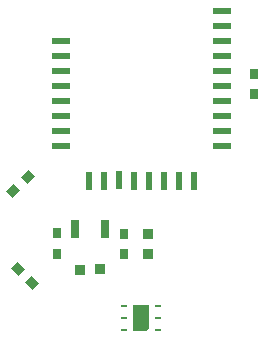
<source format=gbr>
G04 DipTrace 3.2.0.1*
G04 TopPaste.gbr*
%MOMM*%
G04 #@! TF.FileFunction,Paste,Top*
G04 #@! TF.Part,Single*
%AMOUTLINE2*
4,1,4,
-0.60118,0.03261,
-0.03812,0.60088,
0.60118,-0.03261,
0.03812,-0.60088,
-0.60118,0.03261,
0*%
%AMOUTLINE8*
4,1,4,
-0.40005,0.44992,
0.39988,0.45008,
0.40005,-0.44992,
-0.39988,-0.45008,
-0.40005,0.44992,
0*%
%AMOUTLINE11*
4,1,4,
-0.0416,-0.60065,
-0.60139,-0.0291,
0.0416,0.60065,
0.60139,0.0291,
-0.0416,-0.60065,
0*%
%AMOUTLINE14*
4,1,4,
0.44955,0.40049,
0.45045,-0.39951,
-0.44955,-0.40049,
-0.45045,0.39951,
0.44955,0.40049,
0*%
%AMOUTLINE23*
4,1,5,
-0.65,1.1,
0.65,1.1,
0.65,-0.90858,
0.45858,-1.1,
-0.65,-1.1,
-0.65,1.1,
0*%
%ADD38R,0.8X1.6*%
%ADD40R,0.6X0.2*%
%ADD50R,0.6X1.5*%
%ADD52R,1.5X0.6*%
%ADD59R,0.8X0.9*%
%ADD62OUTLINE2*%
%ADD68OUTLINE8*%
%ADD71OUTLINE11*%
%ADD74OUTLINE14*%
%ADD83OUTLINE23*%
%FSLAX35Y35*%
G04*
G71*
G90*
G75*
G01*
G04 TopPaste*
%LPD*%
D59*
X-145233Y-853577D3*
Y-683577D3*
X-717743Y-677980D3*
Y-847980D3*
D62*
X-1046963Y-977313D3*
X-926203Y-1096967D3*
D59*
X949603Y501213D3*
Y671213D3*
D68*
X54840Y-849670D3*
X54807Y-679670D3*
D71*
X-1085290Y-322670D3*
X-963837Y-203717D3*
D74*
X-354687Y-983080D3*
X-524687Y-983267D3*
D52*
X-680000Y60000D3*
Y187000D3*
Y314000D3*
Y441000D3*
Y568000D3*
Y695000D3*
Y822000D3*
Y949000D3*
X680000Y60000D3*
Y187000D3*
Y314000D3*
Y441000D3*
Y568000D3*
Y695000D3*
Y822000D3*
Y949000D3*
Y1076000D3*
Y1203000D3*
D50*
X-63500Y-230000D3*
X63500D3*
X-190500Y-229000D3*
X190500Y-230000D3*
X-317500D3*
X317500D3*
X-444500D3*
X444500D3*
D40*
X-149913Y-1493143D3*
Y-1393143D3*
Y-1293143D3*
X140087Y-1493143D3*
Y-1393143D3*
Y-1293143D3*
D83*
X-4913Y-1393143D3*
D38*
X-563530Y-641343D3*
X-313530D3*
M02*

</source>
